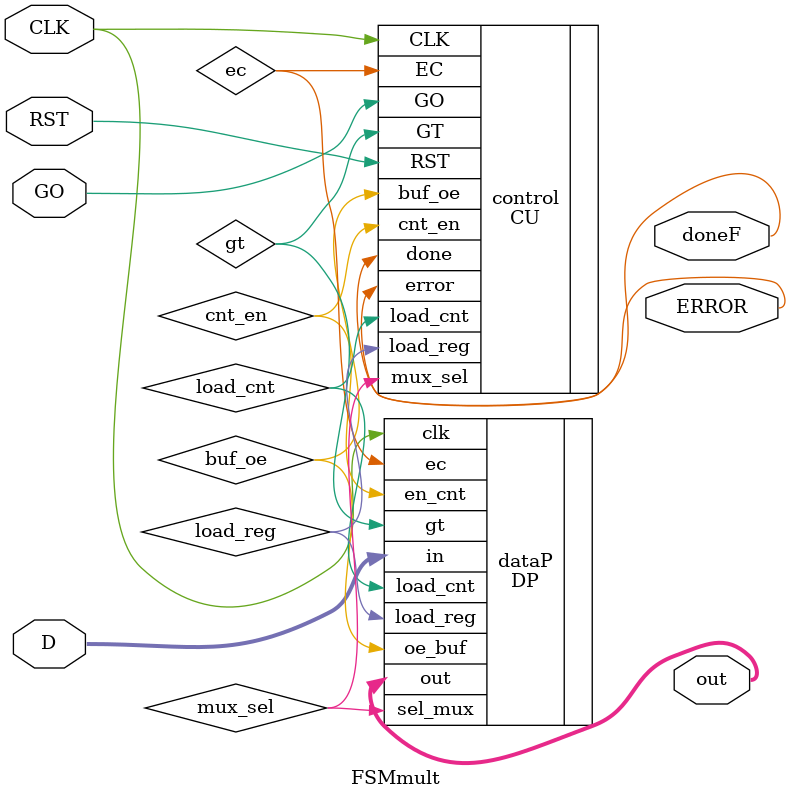
<source format=v>
module FSMmult#(parameter DATA_WIDTH = 32)(
    input [DATA_WIDTH-1:0] D,
    input GO,
    input RST,
    input CLK,
    output wire doneF,
    output wire ERROR,
    output wire [DATA_WIDTH-1:0] out
    );
    
    wire load_cnt, cnt_en, mux_sel, load_reg, buf_oe, gt, ec;
    
    CU control(
        .GO(GO),
        .GT(gt),
        .CLK(CLK),
        .RST(RST),
        .EC(ec),
        .load_cnt(load_cnt),
        .cnt_en(cnt_en),
        .mux_sel(mux_sel),
        .load_reg(load_reg),
        .buf_oe(buf_oe),
        .done(doneF),
        .error(ERROR)
    );
    DP dataP(
        .clk(CLK),
        .load_cnt(load_cnt),
        .en_cnt(cnt_en),
        .sel_mux(mux_sel),
        .load_reg(load_reg),
        .oe_buf(buf_oe),
        .gt(gt),
        .ec(ec),
        .in(D),
        .out(out)
    );
    
    
endmodule

</source>
